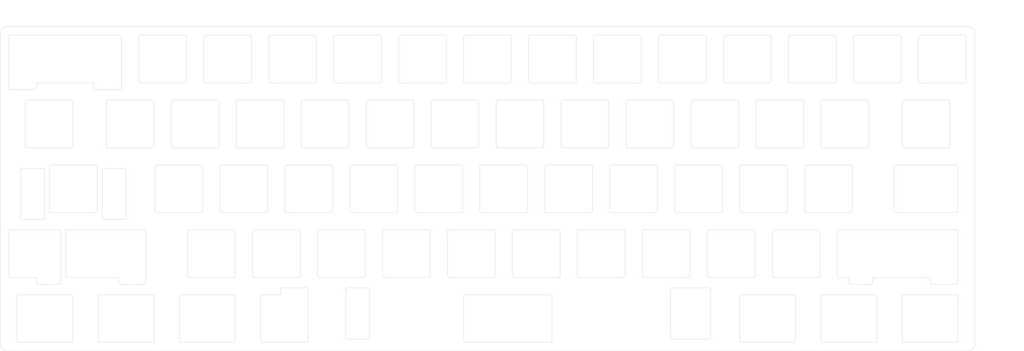
<source format=kicad_pcb>
(kicad_pcb (version 20171130) (host pcbnew 5.1.6-c6e7f7d~87~ubuntu18.04.1)

  (general
    (thickness 1.6)
    (drawings 562)
    (tracks 0)
    (zones 0)
    (modules 0)
    (nets 1)
  )

  (page A4)
  (layers
    (0 F.Cu signal)
    (31 B.Cu signal)
    (32 B.Adhes user)
    (33 F.Adhes user)
    (34 B.Paste user)
    (35 F.Paste user)
    (36 B.SilkS user)
    (37 F.SilkS user)
    (38 B.Mask user)
    (39 F.Mask user)
    (40 Dwgs.User user)
    (41 Cmts.User user)
    (42 Eco1.User user)
    (43 Eco2.User user)
    (44 Edge.Cuts user)
    (45 Margin user)
    (46 B.CrtYd user)
    (47 F.CrtYd user)
    (48 B.Fab user)
    (49 F.Fab user)
  )

  (setup
    (last_trace_width 0.25)
    (trace_clearance 0.2)
    (zone_clearance 0.508)
    (zone_45_only no)
    (trace_min 0.2)
    (via_size 0.8)
    (via_drill 0.4)
    (via_min_size 0.4)
    (via_min_drill 0.3)
    (uvia_size 0.3)
    (uvia_drill 0.1)
    (uvias_allowed no)
    (uvia_min_size 0.2)
    (uvia_min_drill 0.1)
    (edge_width 0.05)
    (segment_width 0.2)
    (pcb_text_width 0.3)
    (pcb_text_size 1.5 1.5)
    (mod_edge_width 0.12)
    (mod_text_size 1 1)
    (mod_text_width 0.15)
    (pad_size 1.524 1.524)
    (pad_drill 0.762)
    (pad_to_mask_clearance 0.05)
    (aux_axis_origin 0 0)
    (visible_elements FFFFFF7F)
    (pcbplotparams
      (layerselection 0x010fc_ffffffff)
      (usegerberextensions false)
      (usegerberattributes true)
      (usegerberadvancedattributes true)
      (creategerberjobfile true)
      (excludeedgelayer true)
      (linewidth 0.100000)
      (plotframeref false)
      (viasonmask false)
      (mode 1)
      (useauxorigin false)
      (hpglpennumber 1)
      (hpglpenspeed 20)
      (hpglpendiameter 15.000000)
      (psnegative false)
      (psa4output false)
      (plotreference true)
      (plotvalue true)
      (plotinvisibletext false)
      (padsonsilk false)
      (subtractmaskfromsilk false)
      (outputformat 1)
      (mirror false)
      (drillshape 0)
      (scaleselection 1)
      (outputdirectory "gerber"))
  )

  (net 0 "")

  (net_class Default "This is the default net class."
    (clearance 0.2)
    (trace_width 0.25)
    (via_dia 0.8)
    (via_drill 0.4)
    (uvia_dia 0.3)
    (uvia_drill 0.1)
  )

  (dimension 95.25 (width 0.15) (layer Eco1.User)
    (gr_text "95.250 mm" (at 314.3 63.45 270) (layer Eco1.User)
      (effects (font (size 1 1) (thickness 0.15)))
    )
    (feature1 (pts (xy 299.187501 111.075) (xy 313.586421 111.075)))
    (feature2 (pts (xy 299.187501 15.825) (xy 313.586421 15.825)))
    (crossbar (pts (xy 313 15.825) (xy 313 111.075)))
    (arrow1a (pts (xy 313 111.075) (xy 312.413579 109.948496)))
    (arrow1b (pts (xy 313 111.075) (xy 313.586421 109.948496)))
    (arrow2a (pts (xy 313 15.825) (xy 312.413579 16.951504)))
    (arrow2b (pts (xy 313 15.825) (xy 313.586421 16.951504)))
  )
  (dimension 285.75 (width 0.15) (layer Eco1.User)
    (gr_text "285.750 mm" (at 158.3125 8.7 360) (layer Eco1.User)
      (effects (font (size 1 1) (thickness 0.15)))
    )
    (feature1 (pts (xy 301.1875 17.825) (xy 301.1875 9.41358)))
    (feature2 (pts (xy 15.4375 17.824999) (xy 15.4375 9.413579)))
    (crossbar (pts (xy 15.4375 10) (xy 301.1875 10.000001)))
    (arrow1a (pts (xy 301.1875 10.000001) (xy 300.060996 10.586422)))
    (arrow1b (pts (xy 301.1875 10.000001) (xy 300.060996 9.41358)))
    (arrow2a (pts (xy 15.4375 10) (xy 16.564004 10.586421)))
    (arrow2b (pts (xy 15.4375 10) (xy 16.564004 9.413579)))
  )
  (gr_arc (start 83.85 95.05) (end 83.85 94.55) (angle 90) (layer Edge.Cuts) (width 0.1))
  (gr_line (start 83.85 94.55) (end 68.46875 94.55) (layer Edge.Cuts) (width 0.1))
  (gr_arc (start 68.46875 95.049999) (end 67.96875 95.05) (angle 90) (layer Edge.Cuts) (width 0.1))
  (gr_line (start 67.96875 95.05) (end 67.96875 108.05) (layer Edge.Cuts) (width 0.1))
  (gr_arc (start 271.968751 95.05) (end 271.96875 94.55) (angle 90) (layer Edge.Cuts) (width 0.1))
  (gr_line (start 271.96875 94.55) (end 256.5875 94.55) (layer Edge.Cuts) (width 0.1))
  (gr_arc (start 256.587501 95.05) (end 256.087501 95.05) (angle 90) (layer Edge.Cuts) (width 0.1))
  (gr_line (start 256.087501 95.05) (end 256.0875 108.05) (layer Edge.Cuts) (width 0.1))
  (gr_arc (start 256.5875 108.05) (end 256.5875 108.55) (angle 90) (layer Edge.Cuts) (width 0.1))
  (gr_line (start 256.5875 108.55) (end 271.96875 108.55) (layer Edge.Cuts) (width 0.1))
  (gr_arc (start 271.968751 108.05) (end 272.46875 108.05) (angle 90) (layer Edge.Cuts) (width 0.1))
  (gr_line (start 272.46875 108.05) (end 272.468751 95.05) (layer Edge.Cuts) (width 0.1))
  (gr_arc (start 117.21875 107.049999) (end 117.21875 107.55) (angle 90) (layer Edge.Cuts) (width 0.1))
  (gr_arc (start 36.225001 95.05) (end 36.225001 94.55) (angle 90) (layer Edge.Cuts) (width 0.1))
  (gr_line (start 36.225001 94.55) (end 20.84375 94.55) (layer Edge.Cuts) (width 0.1))
  (gr_arc (start 20.84375 95.049999) (end 20.34375 95.05) (angle 90) (layer Edge.Cuts) (width 0.1))
  (gr_line (start 20.34375 95.05) (end 20.34375 108.05) (layer Edge.Cuts) (width 0.1))
  (gr_arc (start 212.462501 107.049999) (end 212.4625 107.55) (angle 90) (layer Edge.Cuts) (width 0.1))
  (gr_line (start 212.4625 107.55) (end 223.21875 107.55) (layer Edge.Cuts) (width 0.1))
  (gr_arc (start 223.218751 107.05) (end 223.71875 107.05) (angle 90) (layer Edge.Cuts) (width 0.1))
  (gr_arc (start 20.84375 108.05) (end 20.84375 108.55) (angle 90) (layer Edge.Cuts) (width 0.1))
  (gr_line (start 20.84375 108.55) (end 36.225001 108.55) (layer Edge.Cuts) (width 0.1))
  (gr_arc (start 36.225001 108.05) (end 36.725001 108.05) (angle 90) (layer Edge.Cuts) (width 0.1))
  (gr_line (start 36.725001 108.05) (end 36.725001 95.05) (layer Edge.Cuts) (width 0.1))
  (gr_line (start 151.3125 95.05) (end 151.3125 108.05) (layer Edge.Cuts) (width 0.1))
  (gr_arc (start 151.8125 108.05) (end 151.8125 108.55) (angle 90) (layer Edge.Cuts) (width 0.1))
  (gr_line (start 151.8125 108.55) (end 176.71875 108.55) (layer Edge.Cuts) (width 0.1))
  (gr_arc (start 176.71875 108.049999) (end 177.21875 108.05) (angle 90) (layer Edge.Cuts) (width 0.1))
  (gr_line (start 177.21875 108.05) (end 177.21875 95.05) (layer Edge.Cuts) (width 0.1))
  (gr_arc (start 60.0375 95.05) (end 60.0375 94.55) (angle 90) (layer Edge.Cuts) (width 0.1))
  (gr_line (start 60.0375 94.55) (end 44.65625 94.55) (layer Edge.Cuts) (width 0.1))
  (gr_arc (start 44.65625 95.05) (end 44.15625 95.05) (angle 90) (layer Edge.Cuts) (width 0.1))
  (gr_line (start 44.15625 95.05) (end 44.15625 108.05) (layer Edge.Cuts) (width 0.1))
  (gr_line (start 117.21875 107.55) (end 123.21875 107.55) (layer Edge.Cuts) (width 0.1))
  (gr_arc (start 123.21875 107.049999) (end 123.71875 107.05) (angle 90) (layer Edge.Cuts) (width 0.1))
  (gr_arc (start 295.78125 95.05) (end 295.781251 94.55) (angle 90) (layer Edge.Cuts) (width 0.1))
  (gr_line (start 295.781251 94.55) (end 280.4 94.55) (layer Edge.Cuts) (width 0.1))
  (gr_arc (start 280.4 95.05) (end 279.9 95.05) (angle 90) (layer Edge.Cuts) (width 0.1))
  (gr_line (start 279.9 95.05) (end 279.9 108.05) (layer Edge.Cuts) (width 0.1))
  (gr_arc (start 44.65625 108.05) (end 44.65625 108.55) (angle 90) (layer Edge.Cuts) (width 0.1))
  (gr_line (start 44.65625 108.55) (end 60.0375 108.55) (layer Edge.Cuts) (width 0.1))
  (gr_arc (start 60.0375 108.05) (end 60.5375 108.05) (angle 90) (layer Edge.Cuts) (width 0.1))
  (gr_line (start 60.5375 108.05) (end 60.5375 95.05) (layer Edge.Cuts) (width 0.1))
  (gr_arc (start 280.400001 108.05) (end 280.4 108.55) (angle 90) (layer Edge.Cuts) (width 0.1))
  (gr_line (start 280.4 108.55) (end 295.781251 108.55) (layer Edge.Cuts) (width 0.1))
  (gr_arc (start 295.78125 108.05) (end 296.28125 108.05) (angle 90) (layer Edge.Cuts) (width 0.1))
  (gr_line (start 296.28125 108.05) (end 296.28125 95.05) (layer Edge.Cuts) (width 0.1))
  (gr_line (start 105.28125 108.55) (end 92.28125 108.55) (layer Edge.Cuts) (width 0.1))
  (gr_arc (start 92.28125 108.05) (end 92.28125 108.55) (angle 90) (layer Edge.Cuts) (width 0.1))
  (gr_line (start 91.78125 108.05) (end 91.78125 95.05) (layer Edge.Cuts) (width 0.1))
  (gr_arc (start 92.28125 95.049999) (end 91.78125 95.05) (angle 90) (layer Edge.Cuts) (width 0.1))
  (gr_line (start 92.28125 94.55) (end 97.6625 94.55) (layer Edge.Cuts) (width 0.1))
  (gr_arc (start 105.28125 108.05) (end 105.78125 108.05) (angle 90) (layer Edge.Cuts) (width 0.1))
  (gr_arc (start 232.775001 108.049999) (end 232.775 108.55) (angle 90) (layer Edge.Cuts) (width 0.1))
  (gr_line (start 232.775 108.55) (end 248.15625 108.55) (layer Edge.Cuts) (width 0.1))
  (gr_arc (start 248.15625 108.05) (end 248.65625 108.05) (angle 90) (layer Edge.Cuts) (width 0.1))
  (gr_line (start 248.65625 108.05) (end 248.65625 95.05) (layer Edge.Cuts) (width 0.1))
  (gr_arc (start 248.15625 95.05) (end 248.15625 94.55) (angle 90) (layer Edge.Cuts) (width 0.1))
  (gr_line (start 248.15625 94.55) (end 232.775 94.55) (layer Edge.Cuts) (width 0.1))
  (gr_arc (start 232.775 95.05) (end 232.275 95.05) (angle 90) (layer Edge.Cuts) (width 0.1))
  (gr_line (start 232.275 95.05) (end 232.275 108.05) (layer Edge.Cuts) (width 0.1))
  (gr_arc (start 176.718751 95.049999) (end 176.71875 94.55) (angle 90) (layer Edge.Cuts) (width 0.1))
  (gr_line (start 176.71875 94.55) (end 151.8125 94.549999) (layer Edge.Cuts) (width 0.1))
  (gr_arc (start 151.8125 95.05) (end 151.3125 95.05) (angle 90) (layer Edge.Cuts) (width 0.1))
  (gr_arc (start 68.46875 108.05) (end 68.46875 108.55) (angle 90) (layer Edge.Cuts) (width 0.1))
  (gr_line (start 68.46875 108.55) (end 83.85 108.55) (layer Edge.Cuts) (width 0.1))
  (gr_arc (start 83.85 108.05) (end 84.35 108.05) (angle 90) (layer Edge.Cuts) (width 0.1))
  (gr_line (start 84.35 108.05) (end 84.35 95.05) (layer Edge.Cuts) (width 0.1))
  (gr_arc (start 141 89) (end 141.5 89) (angle 90) (layer Edge.Cuts) (width 0.1))
  (gr_line (start 141.5 89) (end 141.5 76) (layer Edge.Cuts) (width 0.1))
  (gr_arc (start 141 76) (end 141 75.5) (angle 90) (layer Edge.Cuts) (width 0.1))
  (gr_line (start 141 75.5) (end 128 75.5) (layer Edge.Cuts) (width 0.1))
  (gr_arc (start 295.781251 76) (end 295.781251 75.5) (angle 90) (layer Edge.Cuts) (width 0.1))
  (gr_arc (start 204.2 89) (end 204.2 89.5) (angle 90) (layer Edge.Cuts) (width 0.1))
  (gr_line (start 204.2 89.5) (end 217.2 89.5) (layer Edge.Cuts) (width 0.1))
  (gr_arc (start 217.2 89) (end 217.700001 89) (angle 90) (layer Edge.Cuts) (width 0.1))
  (gr_line (start 217.700001 89) (end 217.700001 76) (layer Edge.Cuts) (width 0.1))
  (gr_arc (start 102.9 76) (end 102.9 75.5) (angle 90) (layer Edge.Cuts) (width 0.1))
  (gr_line (start 102.9 75.5) (end 89.9 75.5) (layer Edge.Cuts) (width 0.1))
  (gr_arc (start 89.9 75.999999) (end 89.4 76) (angle 90) (layer Edge.Cuts) (width 0.1))
  (gr_line (start 89.4 76) (end 89.4 89) (layer Edge.Cuts) (width 0.1))
  (gr_arc (start 217.200001 76) (end 217.2 75.5) (angle 90) (layer Edge.Cuts) (width 0.1))
  (gr_line (start 217.2 75.5) (end 204.2 75.499999) (layer Edge.Cuts) (width 0.1))
  (gr_arc (start 204.2 75.999999) (end 203.7 76) (angle 90) (layer Edge.Cuts) (width 0.1))
  (gr_line (start 203.7 76) (end 203.7 89) (layer Edge.Cuts) (width 0.1))
  (gr_line (start 223.21875 92.55) (end 212.4625 92.549999) (layer Edge.Cuts) (width 0.1))
  (gr_arc (start 212.462501 93.05) (end 211.9625 93.05) (angle 90) (layer Edge.Cuts) (width 0.1))
  (gr_line (start 211.9625 93.05) (end 211.9625 107.05) (layer Edge.Cuts) (width 0.1))
  (gr_arc (start 198.150001 76) (end 198.15 75.5) (angle 90) (layer Edge.Cuts) (width 0.1))
  (gr_line (start 198.15 75.5) (end 185.150001 75.499999) (layer Edge.Cuts) (width 0.1))
  (gr_arc (start 185.150001 76) (end 184.65 76) (angle 90) (layer Edge.Cuts) (width 0.1))
  (gr_line (start 184.65 76) (end 184.65 89) (layer Edge.Cuts) (width 0.1))
  (gr_arc (start 255.3 76) (end 255.3 75.5) (angle 90) (layer Edge.Cuts) (width 0.1))
  (gr_line (start 255.3 75.5) (end 242.3 75.5) (layer Edge.Cuts) (width 0.1))
  (gr_arc (start 242.3 76) (end 241.8 76) (angle 90) (layer Edge.Cuts) (width 0.1))
  (gr_line (start 241.8 76) (end 241.8 89) (layer Edge.Cuts) (width 0.1))
  (gr_arc (start 123.21875 93.05) (end 123.21875 92.55) (angle 90) (layer Edge.Cuts) (width 0.1))
  (gr_line (start 123.21875 92.55) (end 117.21875 92.55) (layer Edge.Cuts) (width 0.1))
  (gr_arc (start 117.21875 93.049999) (end 116.71875 93.05) (angle 90) (layer Edge.Cuts) (width 0.1))
  (gr_arc (start 160.05 75.999999) (end 160.05 75.5) (angle 90) (layer Edge.Cuts) (width 0.1))
  (gr_line (start 160.05 75.5) (end 147.05 75.499999) (layer Edge.Cuts) (width 0.1))
  (gr_arc (start 147.05 76) (end 146.55 76) (angle 90) (layer Edge.Cuts) (width 0.1))
  (gr_line (start 146.55 76) (end 146.55 89) (layer Edge.Cuts) (width 0.1))
  (gr_arc (start 223.25 89) (end 223.25 89.5) (angle 90) (layer Edge.Cuts) (width 0.1))
  (gr_line (start 223.25 89.5) (end 236.25 89.5) (layer Edge.Cuts) (width 0.1))
  (gr_arc (start 236.25 89) (end 236.75 89) (angle 90) (layer Edge.Cuts) (width 0.1))
  (gr_line (start 236.75 89) (end 236.75 76) (layer Edge.Cuts) (width 0.1))
  (gr_arc (start 166.1 89) (end 166.1 89.5) (angle 90) (layer Edge.Cuts) (width 0.1))
  (gr_line (start 166.1 89.5) (end 179.1 89.5) (layer Edge.Cuts) (width 0.1))
  (gr_arc (start 179.1 89) (end 179.6 89) (angle 90) (layer Edge.Cuts) (width 0.1))
  (gr_line (start 179.6 89) (end 179.6 76) (layer Edge.Cuts) (width 0.1))
  (gr_arc (start 179.100001 76) (end 179.1 75.5) (angle 90) (layer Edge.Cuts) (width 0.1))
  (gr_line (start 179.1 75.5) (end 166.100001 75.499999) (layer Edge.Cuts) (width 0.1))
  (gr_arc (start 166.100001 76) (end 165.6 76) (angle 90) (layer Edge.Cuts) (width 0.1))
  (gr_line (start 165.6 76) (end 165.6 89) (layer Edge.Cuts) (width 0.1))
  (gr_arc (start 121.95 76) (end 121.95 75.5) (angle 90) (layer Edge.Cuts) (width 0.1))
  (gr_line (start 121.95 75.5) (end 108.95 75.5) (layer Edge.Cuts) (width 0.1))
  (gr_arc (start 108.95 75.999999) (end 108.45 76) (angle 90) (layer Edge.Cuts) (width 0.1))
  (gr_line (start 108.45 76) (end 108.45 89) (layer Edge.Cuts) (width 0.1))
  (gr_line (start 116.71875 93.05) (end 116.71875 107.05) (layer Edge.Cuts) (width 0.1))
  (gr_line (start 18.4625 75.5) (end 32.69325 75.5) (layer Edge.Cuts) (width 0.1))
  (gr_arc (start 32.693251 76) (end 32.69325 75.5) (angle 90) (layer Edge.Cuts) (width 0.1))
  (gr_line (start 223.71875 107.05) (end 223.71875 93.05) (layer Edge.Cuts) (width 0.1))
  (gr_arc (start 223.218751 93.049999) (end 223.21875 92.55) (angle 90) (layer Edge.Cuts) (width 0.1))
  (gr_arc (start 185.15 89) (end 185.15 89.5) (angle 90) (layer Edge.Cuts) (width 0.1))
  (gr_line (start 185.15 89.5) (end 198.15 89.5) (layer Edge.Cuts) (width 0.1))
  (gr_arc (start 198.15 89) (end 198.65 89) (angle 90) (layer Edge.Cuts) (width 0.1))
  (gr_line (start 198.65 89) (end 198.65 76) (layer Edge.Cuts) (width 0.1))
  (gr_arc (start 147.05 88.999999) (end 147.05 89.5) (angle 90) (layer Edge.Cuts) (width 0.1))
  (gr_line (start 147.05 89.5) (end 160.05 89.5) (layer Edge.Cuts) (width 0.1))
  (gr_arc (start 160.05 89) (end 160.55 89) (angle 90) (layer Edge.Cuts) (width 0.1))
  (gr_line (start 160.55 89) (end 160.55 76) (layer Edge.Cuts) (width 0.1))
  (gr_line (start 271.31825 89.5) (end 288.19425 89.5) (layer Edge.Cuts) (width 0.1))
  (gr_line (start 288.19425 89.5) (end 288.19425 91) (layer Edge.Cuts) (width 0.1))
  (gr_arc (start 288.69425 91) (end 288.69425 91.5) (angle 90) (layer Edge.Cuts) (width 0.1))
  (gr_line (start 288.69425 91.5) (end 295.78125 91.5) (layer Edge.Cuts) (width 0.1))
  (gr_arc (start 295.781251 91) (end 296.281251 91) (angle 90) (layer Edge.Cuts) (width 0.1))
  (gr_line (start 123.71875 107.05) (end 123.71875 93.05) (layer Edge.Cuts) (width 0.1))
  (gr_line (start 295.781251 75.5) (end 261.35 75.5) (layer Edge.Cuts) (width 0.1))
  (gr_arc (start 261.35 76) (end 260.85 76) (angle 90) (layer Edge.Cuts) (width 0.1))
  (gr_line (start 260.85 76) (end 260.850001 88.999999) (layer Edge.Cuts) (width 0.1))
  (gr_arc (start 261.35 89) (end 261.35 89.5) (angle 90) (layer Edge.Cuts) (width 0.1))
  (gr_line (start 261.35 89.5) (end 264.31825 89.5) (layer Edge.Cuts) (width 0.1))
  (gr_line (start 35.131251 89.5) (end 50.06925 89.5) (layer Edge.Cuts) (width 0.1))
  (gr_line (start 50.06925 89.5) (end 50.069251 91) (layer Edge.Cuts) (width 0.1))
  (gr_arc (start 50.569251 90.999999) (end 50.56925 91.5) (angle 90) (layer Edge.Cuts) (width 0.1))
  (gr_line (start 50.56925 91.5) (end 57.65625 91.5) (layer Edge.Cuts) (width 0.1))
  (gr_arc (start 57.656251 91) (end 58.15625 91) (angle 90) (layer Edge.Cuts) (width 0.1))
  (gr_line (start 296.281251 91) (end 296.28125 76) (layer Edge.Cuts) (width 0.1))
  (gr_arc (start 108.950001 88.999999) (end 108.95 89.5) (angle 90) (layer Edge.Cuts) (width 0.1))
  (gr_line (start 108.95 89.5) (end 121.95 89.5) (layer Edge.Cuts) (width 0.1))
  (gr_arc (start 121.950001 89) (end 122.45 89) (angle 90) (layer Edge.Cuts) (width 0.1))
  (gr_line (start 122.45 89) (end 122.450001 76) (layer Edge.Cuts) (width 0.1))
  (gr_line (start 33.193251 76) (end 33.19325 91) (layer Edge.Cuts) (width 0.1))
  (gr_arc (start 32.69325 91) (end 33.19325 91) (angle 90) (layer Edge.Cuts) (width 0.1))
  (gr_line (start 32.69325 91.5) (end 26.69325 91.5) (layer Edge.Cuts) (width 0.1))
  (gr_arc (start 26.69325 90.999999) (end 26.69325 91.5) (angle 90) (layer Edge.Cuts) (width 0.1))
  (gr_line (start 26.19325 91) (end 26.19325 89.5) (layer Edge.Cuts) (width 0.1))
  (gr_arc (start 98.1625 93.049999) (end 97.6625 93.05) (angle 90) (layer Edge.Cuts) (width 0.1))
  (gr_line (start 98.1625 92.55) (end 105.28125 92.55) (layer Edge.Cuts) (width 0.1))
  (gr_arc (start 105.281251 93.049999) (end 105.28125 92.55) (angle 90) (layer Edge.Cuts) (width 0.1))
  (gr_line (start 105.78125 93.05) (end 105.78125 108.05) (layer Edge.Cuts) (width 0.1))
  (gr_arc (start 83.85 76) (end 83.85 75.5) (angle 90) (layer Edge.Cuts) (width 0.1))
  (gr_line (start 83.85 75.5) (end 70.85 75.5) (layer Edge.Cuts) (width 0.1))
  (gr_arc (start 70.85 75.999999) (end 70.35 76) (angle 90) (layer Edge.Cuts) (width 0.1))
  (gr_line (start 70.35 76) (end 70.35 89) (layer Edge.Cuts) (width 0.1))
  (gr_arc (start 57.65625 76) (end 57.65625 75.5) (angle 90) (layer Edge.Cuts) (width 0.1))
  (gr_line (start 57.65625 75.5) (end 35.131251 75.5) (layer Edge.Cuts) (width 0.1))
  (gr_arc (start 35.13125 75.999999) (end 34.631251 76) (angle 90) (layer Edge.Cuts) (width 0.1))
  (gr_line (start 34.631251 76) (end 34.63125 89) (layer Edge.Cuts) (width 0.1))
  (gr_arc (start 35.131251 88.999999) (end 35.131251 89.5) (angle 90) (layer Edge.Cuts) (width 0.1))
  (gr_line (start 26.19325 89.5) (end 18.4625 89.5) (layer Edge.Cuts) (width 0.1))
  (gr_arc (start 18.4625 88.999999) (end 18.4625 89.5) (angle 90) (layer Edge.Cuts) (width 0.1))
  (gr_line (start 17.9625 89) (end 17.9625 76) (layer Edge.Cuts) (width 0.1))
  (gr_arc (start 18.4625 75.999999) (end 17.9625 76) (angle 90) (layer Edge.Cuts) (width 0.1))
  (gr_line (start 97.6625 94.55) (end 97.6625 93.05) (layer Edge.Cuts) (width 0.1))
  (gr_line (start 58.15625 91) (end 58.156251 76) (layer Edge.Cuts) (width 0.1))
  (gr_arc (start 70.85 88.999999) (end 70.85 89.5) (angle 90) (layer Edge.Cuts) (width 0.1))
  (gr_line (start 70.85 89.5) (end 83.85 89.499999) (layer Edge.Cuts) (width 0.1))
  (gr_arc (start 83.850001 89) (end 84.35 89) (angle 90) (layer Edge.Cuts) (width 0.1))
  (gr_line (start 84.35 89) (end 84.35 76) (layer Edge.Cuts) (width 0.1))
  (gr_arc (start 242.3 89) (end 242.3 89.5) (angle 90) (layer Edge.Cuts) (width 0.1))
  (gr_line (start 242.3 89.5) (end 255.3 89.5) (layer Edge.Cuts) (width 0.1))
  (gr_arc (start 255.3 89) (end 255.8 89) (angle 90) (layer Edge.Cuts) (width 0.1))
  (gr_line (start 255.8 89) (end 255.8 76) (layer Edge.Cuts) (width 0.1))
  (gr_line (start 264.31825 89.5) (end 264.31825 91) (layer Edge.Cuts) (width 0.1))
  (gr_arc (start 264.81825 91) (end 264.81825 91.5) (angle 90) (layer Edge.Cuts) (width 0.1))
  (gr_line (start 264.81825 91.5) (end 270.81825 91.499999) (layer Edge.Cuts) (width 0.1))
  (gr_arc (start 270.818251 90.999999) (end 271.31825 91) (angle 90) (layer Edge.Cuts) (width 0.1))
  (gr_line (start 271.31825 91) (end 271.31825 89.5) (layer Edge.Cuts) (width 0.1))
  (gr_arc (start 128 75.999999) (end 127.5 76) (angle 90) (layer Edge.Cuts) (width 0.1))
  (gr_line (start 127.5 76) (end 127.5 89) (layer Edge.Cuts) (width 0.1))
  (gr_arc (start 128.000001 88.999999) (end 128 89.5) (angle 90) (layer Edge.Cuts) (width 0.1))
  (gr_line (start 128 89.5) (end 141 89.5) (layer Edge.Cuts) (width 0.1))
  (gr_arc (start 236.250001 75.999999) (end 236.25 75.5) (angle 90) (layer Edge.Cuts) (width 0.1))
  (gr_line (start 236.25 75.5) (end 223.25 75.5) (layer Edge.Cuts) (width 0.1))
  (gr_arc (start 223.25 76) (end 222.75 76) (angle 90) (layer Edge.Cuts) (width 0.1))
  (gr_line (start 222.75 76) (end 222.75 89) (layer Edge.Cuts) (width 0.1))
  (gr_arc (start 89.9 88.999999) (end 89.9 89.5) (angle 90) (layer Edge.Cuts) (width 0.1))
  (gr_line (start 89.9 89.5) (end 102.9 89.499999) (layer Edge.Cuts) (width 0.1))
  (gr_arc (start 102.900001 89) (end 103.4 89) (angle 90) (layer Edge.Cuts) (width 0.1))
  (gr_line (start 103.4 89) (end 103.4 76) (layer Edge.Cuts) (width 0.1))
  (gr_arc (start 80.375 56.949999) (end 79.875 56.95) (angle 90) (layer Edge.Cuts) (width 0.1))
  (gr_arc (start 278.01875 69.95) (end 278.01875 70.45) (angle 90) (layer Edge.Cuts) (width 0.1))
  (gr_line (start 277.51875 69.95) (end 277.51875 56.95) (layer Edge.Cuts) (width 0.1))
  (gr_arc (start 278.01875 56.95) (end 277.51875 56.95) (angle 90) (layer Edge.Cuts) (width 0.1))
  (gr_line (start 265.325 56.95) (end 265.325 69.95) (layer Edge.Cuts) (width 0.1))
  (gr_arc (start 118.475001 69.949999) (end 118.475 70.45) (angle 90) (layer Edge.Cuts) (width 0.1))
  (gr_line (start 232.775 70.45) (end 245.775 70.45) (layer Edge.Cuts) (width 0.1))
  (gr_arc (start 245.775 69.95) (end 246.275 69.95) (angle 90) (layer Edge.Cuts) (width 0.1))
  (gr_line (start 246.275 69.95) (end 246.275 56.95) (layer Edge.Cuts) (width 0.1))
  (gr_line (start 61.325 70.45) (end 74.325 70.449999) (layer Edge.Cuts) (width 0.1))
  (gr_arc (start 74.325001 69.95) (end 74.825 69.95) (angle 90) (layer Edge.Cuts) (width 0.1))
  (gr_arc (start 156.575001 56.95) (end 156.075 56.95) (angle 90) (layer Edge.Cuts) (width 0.1))
  (gr_line (start 156.075 56.95) (end 156.075 69.95) (layer Edge.Cuts) (width 0.1))
  (gr_arc (start 156.575 69.95) (end 156.575 70.45) (angle 90) (layer Edge.Cuts) (width 0.1))
  (gr_arc (start 131.475 56.95) (end 131.475 56.45) (angle 90) (layer Edge.Cuts) (width 0.1))
  (gr_line (start 21.43075 57.95) (end 21.43075 71.95) (layer Edge.Cuts) (width 0.1))
  (gr_arc (start 21.93075 71.949999) (end 21.93075 72.45) (angle 90) (layer Edge.Cuts) (width 0.1))
  (gr_line (start 21.93075 72.45) (end 27.93075 72.45) (layer Edge.Cuts) (width 0.1))
  (gr_line (start 131.475 70.45) (end 118.475 70.45) (layer Edge.Cuts) (width 0.1))
  (gr_arc (start 264.825 56.95) (end 264.825 56.45) (angle 90) (layer Edge.Cuts) (width 0.1))
  (gr_line (start 194.675 70.45) (end 207.675 70.45) (layer Edge.Cuts) (width 0.1))
  (gr_arc (start 207.675001 69.95) (end 208.175001 69.95) (angle 90) (layer Edge.Cuts) (width 0.1))
  (gr_line (start 131.975 56.95) (end 131.975 69.95) (layer Edge.Cuts) (width 0.1))
  (gr_line (start 194.175 56.95) (end 194.175 69.95) (layer Edge.Cuts) (width 0.1))
  (gr_arc (start 194.675 69.949999) (end 194.675 70.45) (angle 90) (layer Edge.Cuts) (width 0.1))
  (gr_line (start 175.625 70.45) (end 188.625 70.45) (layer Edge.Cuts) (width 0.1))
  (gr_arc (start 188.625 69.95) (end 189.125 69.95) (angle 90) (layer Edge.Cuts) (width 0.1))
  (gr_line (start 156.575 70.45) (end 169.575 70.45) (layer Edge.Cuts) (width 0.1))
  (gr_arc (start 169.575 69.95) (end 170.075 69.95) (angle 90) (layer Edge.Cuts) (width 0.1))
  (gr_line (start 170.075 69.95) (end 170.075 56.95) (layer Edge.Cuts) (width 0.1))
  (gr_arc (start 295.78125 56.95) (end 295.78125 56.45) (angle 90) (layer Edge.Cuts) (width 0.1))
  (gr_line (start 296.28125 56.95) (end 296.28125 69.95) (layer Edge.Cuts) (width 0.1))
  (gr_line (start 226.725 56.45) (end 213.725 56.449999) (layer Edge.Cuts) (width 0.1))
  (gr_arc (start 213.725 56.95) (end 213.225 56.95) (angle 90) (layer Edge.Cuts) (width 0.1))
  (gr_arc (start 118.475 56.949999) (end 117.975 56.95) (angle 90) (layer Edge.Cuts) (width 0.1))
  (gr_line (start 79.875 56.95) (end 79.875 69.95) (layer Edge.Cuts) (width 0.1))
  (gr_arc (start 137.525001 69.949999) (end 137.525 70.45) (angle 90) (layer Edge.Cuts) (width 0.1))
  (gr_line (start 137.025 69.95) (end 137.025 56.95) (layer Edge.Cuts) (width 0.1))
  (gr_arc (start 150.525 69.95) (end 151.025 69.95) (angle 90) (layer Edge.Cuts) (width 0.1))
  (gr_line (start 150.525 70.45) (end 137.525 70.45) (layer Edge.Cuts) (width 0.1))
  (gr_line (start 118.475 56.45) (end 131.475 56.45) (layer Edge.Cuts) (width 0.1))
  (gr_line (start 60.825 56.95) (end 60.825 69.95) (layer Edge.Cuts) (width 0.1))
  (gr_arc (start 61.325 69.949999) (end 61.325 70.45) (angle 90) (layer Edge.Cuts) (width 0.1))
  (gr_arc (start 295.781251 69.95) (end 296.28125 69.95) (angle 90) (layer Edge.Cuts) (width 0.1))
  (gr_line (start 295.781251 70.45) (end 278.01875 70.45) (layer Edge.Cuts) (width 0.1))
  (gr_arc (start 80.375 69.949999) (end 80.375 70.45) (angle 90) (layer Edge.Cuts) (width 0.1))
  (gr_arc (start 251.825 56.95) (end 251.325 56.95) (angle 90) (layer Edge.Cuts) (width 0.1))
  (gr_line (start 251.825 56.45) (end 264.825 56.45) (layer Edge.Cuts) (width 0.1))
  (gr_line (start 207.675 56.45) (end 194.675 56.449999) (layer Edge.Cuts) (width 0.1))
  (gr_arc (start 194.675 56.95) (end 194.175 56.95) (angle 90) (layer Edge.Cuts) (width 0.1))
  (gr_arc (start 169.575 56.95) (end 169.575 56.45) (angle 90) (layer Edge.Cuts) (width 0.1))
  (gr_line (start 169.575 56.45) (end 156.575 56.449999) (layer Edge.Cuts) (width 0.1))
  (gr_line (start 93.875 69.95) (end 93.875 56.95) (layer Edge.Cuts) (width 0.1))
  (gr_arc (start 93.375 56.95) (end 93.375 56.45) (angle 90) (layer Edge.Cuts) (width 0.1))
  (gr_line (start 175.125 56.95) (end 175.125 69.95) (layer Edge.Cuts) (width 0.1))
  (gr_arc (start 175.625 69.95) (end 175.625 70.45) (angle 90) (layer Edge.Cuts) (width 0.1))
  (gr_arc (start 45.80675 57.949999) (end 45.30675 57.95) (angle 90) (layer Edge.Cuts) (width 0.1))
  (gr_line (start 45.30675 57.95) (end 45.30675 71.95) (layer Edge.Cuts) (width 0.1))
  (gr_arc (start 45.80675 71.949999) (end 45.80675 72.45) (angle 90) (layer Edge.Cuts) (width 0.1))
  (gr_line (start 45.80675 72.45) (end 51.80675 72.45) (layer Edge.Cuts) (width 0.1))
  (gr_arc (start 245.775 56.95) (end 245.775 56.45) (angle 90) (layer Edge.Cuts) (width 0.1))
  (gr_line (start 245.775 56.45) (end 232.775 56.45) (layer Edge.Cuts) (width 0.1))
  (gr_arc (start 27.930751 71.95) (end 28.43075 71.95) (angle 90) (layer Edge.Cuts) (width 0.1))
  (gr_line (start 28.43075 71.95) (end 28.43075 57.95) (layer Edge.Cuts) (width 0.1))
  (gr_line (start 80.375 70.45) (end 93.375 70.449999) (layer Edge.Cuts) (width 0.1))
  (gr_arc (start 93.375001 69.95) (end 93.875 69.95) (angle 90) (layer Edge.Cuts) (width 0.1))
  (gr_line (start 188.625 56.45) (end 175.625 56.449999) (layer Edge.Cuts) (width 0.1))
  (gr_arc (start 175.625001 56.95) (end 175.125 56.95) (angle 90) (layer Edge.Cuts) (width 0.1))
  (gr_line (start 117.975 69.95) (end 117.975 56.95) (layer Edge.Cuts) (width 0.1))
  (gr_arc (start 150.525 56.95) (end 150.525 56.45) (angle 90) (layer Edge.Cuts) (width 0.1))
  (gr_arc (start 74.325 56.95) (end 74.325 56.45) (angle 90) (layer Edge.Cuts) (width 0.1))
  (gr_arc (start 27.93075 57.95) (end 27.93075 57.45) (angle 90) (layer Edge.Cuts) (width 0.1))
  (gr_line (start 27.93075 57.45) (end 21.93075 57.45) (layer Edge.Cuts) (width 0.1))
  (gr_arc (start 21.93075 57.949999) (end 21.43075 57.95) (angle 90) (layer Edge.Cuts) (width 0.1))
  (gr_line (start 30.36875 70.45) (end 43.36875 70.45) (layer Edge.Cuts) (width 0.1))
  (gr_arc (start 43.368751 69.95) (end 43.86875 69.95) (angle 90) (layer Edge.Cuts) (width 0.1))
  (gr_line (start 43.86875 69.95) (end 43.868751 56.95) (layer Edge.Cuts) (width 0.1))
  (gr_line (start 74.325 56.45) (end 61.325 56.45) (layer Edge.Cuts) (width 0.1))
  (gr_arc (start 61.325 56.949999) (end 60.825 56.95) (angle 90) (layer Edge.Cuts) (width 0.1))
  (gr_arc (start 43.36875 56.95) (end 43.36875 56.45) (angle 90) (layer Edge.Cuts) (width 0.1))
  (gr_line (start 43.36875 56.45) (end 30.36875 56.45) (layer Edge.Cuts) (width 0.1))
  (gr_arc (start 99.425 69.949999) (end 99.425 70.45) (angle 90) (layer Edge.Cuts) (width 0.1))
  (gr_line (start 99.425 70.45) (end 112.425 70.449999) (layer Edge.Cuts) (width 0.1))
  (gr_arc (start 112.425001 69.95) (end 112.925 69.95) (angle 90) (layer Edge.Cuts) (width 0.1))
  (gr_line (start 112.925 69.95) (end 112.925 56.95) (layer Edge.Cuts) (width 0.1))
  (gr_arc (start 137.525 56.949999) (end 137.025 56.95) (angle 90) (layer Edge.Cuts) (width 0.1))
  (gr_line (start 137.525 56.45) (end 150.525 56.45) (layer Edge.Cuts) (width 0.1))
  (gr_arc (start 51.806751 71.95) (end 52.30675 71.95) (angle 90) (layer Edge.Cuts) (width 0.1))
  (gr_line (start 52.30675 71.95) (end 52.306751 57.95) (layer Edge.Cuts) (width 0.1))
  (gr_arc (start 51.80675 57.95) (end 51.80675 57.45) (angle 90) (layer Edge.Cuts) (width 0.1))
  (gr_line (start 51.80675 57.45) (end 45.80675 57.45) (layer Edge.Cuts) (width 0.1))
  (gr_line (start 213.225 56.95) (end 213.225 69.95) (layer Edge.Cuts) (width 0.1))
  (gr_arc (start 213.725 69.95) (end 213.725 70.45) (angle 90) (layer Edge.Cuts) (width 0.1))
  (gr_line (start 208.175001 69.95) (end 208.175001 56.95) (layer Edge.Cuts) (width 0.1))
  (gr_line (start 151.025 56.95) (end 151.025 69.95) (layer Edge.Cuts) (width 0.1))
  (gr_arc (start 112.425 56.95) (end 112.425 56.45) (angle 90) (layer Edge.Cuts) (width 0.1))
  (gr_line (start 112.425 56.45) (end 99.425 56.45) (layer Edge.Cuts) (width 0.1))
  (gr_arc (start 99.425 56.949999) (end 98.925 56.95) (angle 90) (layer Edge.Cuts) (width 0.1))
  (gr_line (start 98.925 56.95) (end 98.925 69.95) (layer Edge.Cuts) (width 0.1))
  (gr_line (start 93.375 56.45) (end 80.375 56.45) (layer Edge.Cuts) (width 0.1))
  (gr_arc (start 188.625 56.95) (end 188.625 56.45) (angle 90) (layer Edge.Cuts) (width 0.1))
  (gr_line (start 189.125 69.95) (end 189.125 56.95) (layer Edge.Cuts) (width 0.1))
  (gr_arc (start 207.675001 56.95) (end 207.675 56.45) (angle 90) (layer Edge.Cuts) (width 0.1))
  (gr_line (start 74.825 69.95) (end 74.825 56.95) (layer Edge.Cuts) (width 0.1))
  (gr_line (start 278.01875 56.45) (end 295.78125 56.45) (layer Edge.Cuts) (width 0.1))
  (gr_arc (start 251.825 69.95) (end 251.825 70.45) (angle 90) (layer Edge.Cuts) (width 0.1))
  (gr_line (start 251.325 69.95) (end 251.325 56.95) (layer Edge.Cuts) (width 0.1))
  (gr_line (start 227.225 69.95) (end 227.225 56.95) (layer Edge.Cuts) (width 0.1))
  (gr_arc (start 30.36875 56.949999) (end 29.86875 56.95) (angle 90) (layer Edge.Cuts) (width 0.1))
  (gr_line (start 29.86875 56.95) (end 29.86875 69.95) (layer Edge.Cuts) (width 0.1))
  (gr_arc (start 30.368751 69.949999) (end 30.36875 70.45) (angle 90) (layer Edge.Cuts) (width 0.1))
  (gr_arc (start 264.825 69.95) (end 265.325 69.95) (angle 90) (layer Edge.Cuts) (width 0.1))
  (gr_line (start 264.825 70.45) (end 251.825 70.45) (layer Edge.Cuts) (width 0.1))
  (gr_arc (start 131.475001 69.95) (end 131.975 69.95) (angle 90) (layer Edge.Cuts) (width 0.1))
  (gr_arc (start 226.725 56.95) (end 226.725 56.45) (angle 90) (layer Edge.Cuts) (width 0.1))
  (gr_arc (start 232.775 56.95) (end 232.275 56.95) (angle 90) (layer Edge.Cuts) (width 0.1))
  (gr_line (start 232.275 56.95) (end 232.275 69.95) (layer Edge.Cuts) (width 0.1))
  (gr_arc (start 232.775 69.95) (end 232.775 70.45) (angle 90) (layer Edge.Cuts) (width 0.1))
  (gr_line (start 213.725 70.45) (end 226.725 70.45) (layer Edge.Cuts) (width 0.1))
  (gr_arc (start 226.725 69.95) (end 227.225 69.95) (angle 90) (layer Edge.Cuts) (width 0.1))
  (gr_arc (start 161.3375 50.9) (end 161.3375 51.4) (angle 90) (layer Edge.Cuts) (width 0.1))
  (gr_line (start 161.3375 51.4) (end 174.3375 51.4) (layer Edge.Cuts) (width 0.1))
  (gr_arc (start 174.3375 50.899999) (end 174.8375 50.9) (angle 90) (layer Edge.Cuts) (width 0.1))
  (gr_arc (start 94.662501 31.849999) (end 94.6625 32.35) (angle 90) (layer Edge.Cuts) (width 0.1))
  (gr_line (start 94.6625 32.35) (end 107.6625 32.35) (layer Edge.Cuts) (width 0.1))
  (gr_arc (start 107.6625 31.85) (end 108.1625 31.849999) (angle 90) (layer Edge.Cuts) (width 0.1))
  (gr_line (start 108.1625 31.849999) (end 108.162501 18.85) (layer Edge.Cuts) (width 0.1))
  (gr_arc (start 117.187501 50.9) (end 117.6875 50.9) (angle 90) (layer Edge.Cuts) (width 0.1))
  (gr_line (start 117.6875 50.9) (end 117.6875 37.9) (layer Edge.Cuts) (width 0.1))
  (gr_arc (start 136.2375 37.9) (end 136.2375 37.4) (angle 90) (layer Edge.Cuts) (width 0.1))
  (gr_line (start 250.5375 51.4) (end 237.5375 51.4) (layer Edge.Cuts) (width 0.1))
  (gr_arc (start 237.5375 50.9) (end 237.5375 51.4) (angle 90) (layer Edge.Cuts) (width 0.1))
  (gr_line (start 237.0375 50.9) (end 237.0375 37.9) (layer Edge.Cuts) (width 0.1))
  (gr_line (start 256.5875 37.4) (end 269.5875 37.4) (layer Edge.Cuts) (width 0.1))
  (gr_arc (start 269.5875 37.9) (end 269.5875 37.4) (angle 90) (layer Edge.Cuts) (width 0.1))
  (gr_arc (start 174.3375 37.9) (end 174.3375 37.4) (angle 90) (layer Edge.Cuts) (width 0.1))
  (gr_line (start 179.8875 37.9) (end 179.887501 50.9) (layer Edge.Cuts) (width 0.1))
  (gr_arc (start 180.387501 50.9) (end 180.3875 51.4) (angle 90) (layer Edge.Cuts) (width 0.1))
  (gr_line (start 180.3875 51.4) (end 193.3875 51.4) (layer Edge.Cuts) (width 0.1))
  (gr_line (start 98.6375 50.9) (end 98.6375 37.9) (layer Edge.Cuts) (width 0.1))
  (gr_line (start 293.9 37.9) (end 293.9 50.9) (layer Edge.Cuts) (width 0.1))
  (gr_arc (start 293.4 50.9) (end 293.9 50.9) (angle 90) (layer Edge.Cuts) (width 0.1))
  (gr_arc (start 132.762501 31.849999) (end 132.7625 32.35) (angle 90) (layer Edge.Cuts) (width 0.1))
  (gr_line (start 132.7625 32.35) (end 145.7625 32.35) (layer Edge.Cuts) (width 0.1))
  (gr_arc (start 145.7625 31.849999) (end 146.2625 31.849999) (angle 90) (layer Edge.Cuts) (width 0.1))
  (gr_line (start 146.2625 31.849999) (end 146.2625 18.85) (layer Edge.Cuts) (width 0.1))
  (gr_arc (start 241.0125 18.849999) (end 241.0125 18.35) (angle 90) (layer Edge.Cuts) (width 0.1))
  (gr_arc (start 199.4375 37.9) (end 198.9375 37.9) (angle 90) (layer Edge.Cuts) (width 0.1))
  (gr_arc (start 202.912501 18.85) (end 202.9125 18.35) (angle 90) (layer Edge.Cuts) (width 0.1))
  (gr_line (start 202.9125 18.35) (end 189.9125 18.349999) (layer Edge.Cuts) (width 0.1))
  (gr_arc (start 298.1625 31.849999) (end 298.6625 31.849999) (angle 90) (layer Edge.Cuts) (width 0.1))
  (gr_line (start 298.6625 31.849999) (end 298.6625 18.85) (layer Edge.Cuts) (width 0.1))
  (gr_arc (start 298.1625 18.85) (end 298.1625 18.35) (angle 90) (layer Edge.Cuts) (width 0.1))
  (gr_line (start 298.1625 18.35) (end 285.162501 18.349999) (layer Edge.Cuts) (width 0.1))
  (gr_line (start 151.3125 18.85) (end 151.3125 31.849999) (layer Edge.Cuts) (width 0.1))
  (gr_arc (start 151.8125 31.85) (end 151.8125 32.35) (angle 90) (layer Edge.Cuts) (width 0.1))
  (gr_line (start 151.8125 32.35) (end 164.8125 32.35) (layer Edge.Cuts) (width 0.1))
  (gr_arc (start 164.8125 31.849999) (end 165.3125 31.849999) (angle 90) (layer Edge.Cuts) (width 0.1))
  (gr_line (start 165.3125 31.849999) (end 165.3125 18.85) (layer Edge.Cuts) (width 0.1))
  (gr_arc (start 60.0375 37.9) (end 60.0375 37.4) (angle 90) (layer Edge.Cuts) (width 0.1))
  (gr_arc (start 155.2875 50.899999) (end 155.7875 50.9) (angle 90) (layer Edge.Cuts) (width 0.1))
  (gr_line (start 47.0375 51.4) (end 60.0375 51.4) (layer Edge.Cuts) (width 0.1))
  (gr_arc (start 60.0375 50.9) (end 60.5375 50.9) (angle 90) (layer Edge.Cuts) (width 0.1))
  (gr_arc (start 142.2875 37.899999) (end 141.7875 37.9) (angle 90) (layer Edge.Cuts) (width 0.1))
  (gr_arc (start 142.2875 50.9) (end 142.2875 51.4) (angle 90) (layer Edge.Cuts) (width 0.1))
  (gr_line (start 141.7875 37.9) (end 141.7875 50.9) (layer Edge.Cuts) (width 0.1))
  (gr_line (start 142.2875 51.4) (end 155.2875 51.4) (layer Edge.Cuts) (width 0.1))
  (gr_arc (start 155.2875 37.9) (end 155.2875 37.4) (angle 90) (layer Edge.Cuts) (width 0.1))
  (gr_arc (start 212.437501 37.899999) (end 212.4375 37.4) (angle 90) (layer Edge.Cuts) (width 0.1))
  (gr_line (start 212.4375 51.4) (end 199.4375 51.4) (layer Edge.Cuts) (width 0.1))
  (gr_arc (start 260.0625 18.85) (end 260.0625 18.35) (angle 90) (layer Edge.Cuts) (width 0.1))
  (gr_line (start 260.0625 18.35) (end 247.0625 18.35) (layer Edge.Cuts) (width 0.1))
  (gr_arc (start 247.0625 18.849999) (end 246.5625 18.85) (angle 90) (layer Edge.Cuts) (width 0.1))
  (gr_line (start 246.5625 18.85) (end 246.5625 31.849999) (layer Edge.Cuts) (width 0.1))
  (gr_arc (start 69.5625 18.85) (end 69.5625 18.35) (angle 90) (layer Edge.Cuts) (width 0.1))
  (gr_line (start 69.5625 18.35) (end 56.5625 18.349999) (layer Edge.Cuts) (width 0.1))
  (gr_arc (start 56.5625 18.849999) (end 56.0625 18.85) (angle 90) (layer Edge.Cuts) (width 0.1))
  (gr_line (start 56.0625 18.85) (end 56.0625 31.849999) (layer Edge.Cuts) (width 0.1))
  (gr_line (start 193.3875 37.4) (end 180.3875 37.399999) (layer Edge.Cuts) (width 0.1))
  (gr_line (start 251.0375 37.9) (end 251.0375 50.9) (layer Edge.Cuts) (width 0.1))
  (gr_arc (start 250.5375 50.9) (end 251.0375 50.9) (angle 90) (layer Edge.Cuts) (width 0.1))
  (gr_line (start 46.5375 37.9) (end 46.5375 50.9) (layer Edge.Cuts) (width 0.1))
  (gr_arc (start 47.0375 50.899999) (end 47.0375 51.4) (angle 90) (layer Edge.Cuts) (width 0.1))
  (gr_line (start 23.225 51.4) (end 36.225001 51.4) (layer Edge.Cuts) (width 0.1))
  (gr_arc (start 36.225001 50.9) (end 36.725001 50.9) (angle 90) (layer Edge.Cuts) (width 0.1))
  (gr_arc (start 266.1125 18.85) (end 265.6125 18.85) (angle 90) (layer Edge.Cuts) (width 0.1))
  (gr_line (start 65.5875 37.9) (end 65.5875 50.9) (layer Edge.Cuts) (width 0.1))
  (gr_arc (start 66.0875 50.899999) (end 66.0875 51.4) (angle 90) (layer Edge.Cuts) (width 0.1))
  (gr_line (start 60.0375 37.4) (end 47.0375 37.399999) (layer Edge.Cuts) (width 0.1))
  (gr_arc (start 47.0375 37.899999) (end 46.5375 37.9) (angle 90) (layer Edge.Cuts) (width 0.1))
  (gr_line (start 98.1375 37.4) (end 85.1375 37.399999) (layer Edge.Cuts) (width 0.1))
  (gr_arc (start 85.1375 37.899999) (end 84.6375 37.9) (angle 90) (layer Edge.Cuts) (width 0.1))
  (gr_line (start 84.6375 37.9) (end 84.6375 50.9) (layer Edge.Cuts) (width 0.1))
  (gr_line (start 293.4 51.4) (end 280.4 51.4) (layer Edge.Cuts) (width 0.1))
  (gr_arc (start 280.4 50.9) (end 280.4 51.4) (angle 90) (layer Edge.Cuts) (width 0.1))
  (gr_line (start 279.9 50.9) (end 279.9 37.9) (layer Edge.Cuts) (width 0.1))
  (gr_arc (start 247.0625 31.85) (end 247.0625 32.35) (angle 90) (layer Edge.Cuts) (width 0.1))
  (gr_line (start 247.0625 32.35) (end 260.0625 32.349999) (layer Edge.Cuts) (width 0.1))
  (gr_arc (start 260.0625 31.849999) (end 260.5625 31.849999) (angle 90) (layer Edge.Cuts) (width 0.1))
  (gr_line (start 260.5625 31.849999) (end 260.5625 18.85) (layer Edge.Cuts) (width 0.1))
  (gr_arc (start 189.9125 18.85) (end 189.4125 18.85) (angle 90) (layer Edge.Cuts) (width 0.1))
  (gr_line (start 189.4125 18.85) (end 189.4125 31.849999) (layer Edge.Cuts) (width 0.1))
  (gr_arc (start 189.9125 31.85) (end 189.9125 32.35) (angle 90) (layer Edge.Cuts) (width 0.1))
  (gr_line (start 189.9125 32.35) (end 202.9125 32.35) (layer Edge.Cuts) (width 0.1))
  (gr_arc (start 202.9125 31.85) (end 203.4125 31.849999) (angle 90) (layer Edge.Cuts) (width 0.1))
  (gr_line (start 22.725 37.9) (end 22.725 50.9) (layer Edge.Cuts) (width 0.1))
  (gr_arc (start 23.225001 50.899999) (end 23.225 51.4) (angle 90) (layer Edge.Cuts) (width 0.1))
  (gr_line (start 198.9375 50.9) (end 198.9375 37.9) (layer Edge.Cuts) (width 0.1))
  (gr_line (start 136.7375 50.9) (end 136.7375 37.9) (layer Edge.Cuts) (width 0.1))
  (gr_arc (start 212.4375 50.9) (end 212.9375 50.9) (angle 90) (layer Edge.Cuts) (width 0.1))
  (gr_arc (start 199.4375 50.9) (end 199.4375 51.4) (angle 90) (layer Edge.Cuts) (width 0.1))
  (gr_arc (start 85.1375 50.899999) (end 85.1375 51.4) (angle 90) (layer Edge.Cuts) (width 0.1))
  (gr_line (start 85.1375 51.4) (end 98.1375 51.4) (layer Edge.Cuts) (width 0.1))
  (gr_arc (start 98.137501 50.9) (end 98.6375 50.9) (angle 90) (layer Edge.Cuts) (width 0.1))
  (gr_line (start 50.5125 34.35) (end 43.4255 34.35) (layer Edge.Cuts) (width 0.1))
  (gr_arc (start 43.4255 33.849999) (end 43.4255 34.35) (angle 90) (layer Edge.Cuts) (width 0.1))
  (gr_line (start 42.9255 33.85) (end 42.9255 32.35) (layer Edge.Cuts) (width 0.1))
  (gr_arc (start 241.0125 31.85) (end 241.5125 31.849999) (angle 90) (layer Edge.Cuts) (width 0.1))
  (gr_line (start 241.5125 31.849999) (end 241.5125 18.85) (layer Edge.Cuts) (width 0.1))
  (gr_arc (start 164.8125 18.85) (end 164.8125 18.35) (angle 90) (layer Edge.Cuts) (width 0.1))
  (gr_line (start 164.8125 18.35) (end 151.8125 18.349999) (layer Edge.Cuts) (width 0.1))
  (gr_arc (start 151.8125 18.849999) (end 151.3125 18.85) (angle 90) (layer Edge.Cuts) (width 0.1))
  (gr_line (start 203.4125 31.849999) (end 203.412501 18.85) (layer Edge.Cuts) (width 0.1))
  (gr_arc (start 183.862501 18.85) (end 183.8625 18.35) (angle 90) (layer Edge.Cuts) (width 0.1))
  (gr_line (start 183.8625 18.35) (end 170.862501 18.349999) (layer Edge.Cuts) (width 0.1))
  (gr_arc (start 170.862501 18.849999) (end 170.362501 18.85) (angle 90) (layer Edge.Cuts) (width 0.1))
  (gr_line (start 170.362501 18.85) (end 170.362501 31.849999) (layer Edge.Cuts) (width 0.1))
  (gr_arc (start 170.862501 31.85) (end 170.862501 32.35) (angle 90) (layer Edge.Cuts) (width 0.1))
  (gr_line (start 170.862501 32.35) (end 183.8625 32.35) (layer Edge.Cuts) (width 0.1))
  (gr_arc (start 183.8625 31.85) (end 184.3625 31.849999) (angle 90) (layer Edge.Cuts) (width 0.1))
  (gr_line (start 184.3625 31.849999) (end 184.362501 18.85) (layer Edge.Cuts) (width 0.1))
  (gr_line (start 42.9255 32.35) (end 26.0495 32.35) (layer Edge.Cuts) (width 0.1))
  (gr_line (start 36.225001 37.4) (end 23.225 37.399999) (layer Edge.Cuts) (width 0.1))
  (gr_arc (start 23.225 37.9) (end 22.725 37.9) (angle 90) (layer Edge.Cuts) (width 0.1))
  (gr_arc (start 208.9625 18.85) (end 208.4625 18.85) (angle 90) (layer Edge.Cuts) (width 0.1))
  (gr_line (start 208.4625 18.85) (end 208.4625 31.849999) (layer Edge.Cuts) (width 0.1))
  (gr_arc (start 208.9625 31.85) (end 208.9625 32.35) (angle 90) (layer Edge.Cuts) (width 0.1))
  (gr_line (start 208.9625 32.35) (end 221.9625 32.35) (layer Edge.Cuts) (width 0.1))
  (gr_arc (start 221.9625 31.85) (end 222.4625 31.849999) (angle 90) (layer Edge.Cuts) (width 0.1))
  (gr_line (start 174.3375 37.4) (end 161.3375 37.399999) (layer Edge.Cuts) (width 0.1))
  (gr_arc (start 161.3375 37.899999) (end 160.8375 37.9) (angle 90) (layer Edge.Cuts) (width 0.1))
  (gr_line (start 160.8375 37.9) (end 160.8375 50.9) (layer Edge.Cuts) (width 0.1))
  (gr_line (start 212.9375 37.9) (end 212.9375 50.9) (layer Edge.Cuts) (width 0.1))
  (gr_line (start 136.2375 37.4) (end 123.2375 37.399999) (layer Edge.Cuts) (width 0.1))
  (gr_arc (start 123.2375 37.899999) (end 122.7375 37.9) (angle 90) (layer Edge.Cuts) (width 0.1))
  (gr_line (start 122.7375 37.9) (end 122.7375 50.9) (layer Edge.Cuts) (width 0.1))
  (gr_arc (start 56.5625 31.849999) (end 56.5625 32.35) (angle 90) (layer Edge.Cuts) (width 0.1))
  (gr_line (start 56.5625 32.35) (end 69.5625 32.349999) (layer Edge.Cuts) (width 0.1))
  (gr_arc (start 69.562501 31.85) (end 70.0625 31.849999) (angle 90) (layer Edge.Cuts) (width 0.1))
  (gr_line (start 70.0625 31.849999) (end 70.0625 18.85) (layer Edge.Cuts) (width 0.1))
  (gr_line (start 199.4375 37.4) (end 212.4375 37.4) (layer Edge.Cuts) (width 0.1))
  (gr_line (start 241.0125 18.35) (end 228.0125 18.35) (layer Edge.Cuts) (width 0.1))
  (gr_arc (start 228.0125 18.85) (end 227.5125 18.85) (angle 90) (layer Edge.Cuts) (width 0.1))
  (gr_line (start 227.5125 18.85) (end 227.5125 31.849999) (layer Edge.Cuts) (width 0.1))
  (gr_arc (start 228.0125 31.849999) (end 228.0125 32.35) (angle 90) (layer Edge.Cuts) (width 0.1))
  (gr_line (start 228.0125 32.35) (end 241.0125 32.35) (layer Edge.Cuts) (width 0.1))
  (gr_line (start 174.8375 50.9) (end 174.8375 37.9) (layer Edge.Cuts) (width 0.1))
  (gr_arc (start 123.237501 50.899999) (end 123.2375 51.4) (angle 90) (layer Edge.Cuts) (width 0.1))
  (gr_line (start 123.2375 51.4) (end 136.2375 51.4) (layer Edge.Cuts) (width 0.1))
  (gr_arc (start 136.237501 50.9) (end 136.7375 50.9) (angle 90) (layer Edge.Cuts) (width 0.1))
  (gr_line (start 265.6125 18.85) (end 265.6125 31.849999) (layer Edge.Cuts) (width 0.1))
  (gr_arc (start 266.1125 31.849999) (end 266.1125 32.35) (angle 90) (layer Edge.Cuts) (width 0.1))
  (gr_line (start 266.1125 32.35) (end 279.1125 32.35) (layer Edge.Cuts) (width 0.1))
  (gr_arc (start 279.1125 31.849999) (end 279.6125 31.849999) (angle 90) (layer Edge.Cuts) (width 0.1))
  (gr_line (start 279.6125 31.849999) (end 279.6125 18.85) (layer Edge.Cuts) (width 0.1))
  (gr_arc (start 117.1875 37.9) (end 117.1875 37.4) (angle 90) (layer Edge.Cuts) (width 0.1))
  (gr_line (start 117.1875 37.4) (end 104.1875 37.399999) (layer Edge.Cuts) (width 0.1))
  (gr_arc (start 104.1875 37.899999) (end 103.6875 37.9) (angle 90) (layer Edge.Cuts) (width 0.1))
  (gr_arc (start 126.7125 18.85) (end 126.7125 18.35) (angle 90) (layer Edge.Cuts) (width 0.1))
  (gr_line (start 126.7125 18.35) (end 113.7125 18.349999) (layer Edge.Cuts) (width 0.1))
  (gr_arc (start 113.7125 18.849999) (end 113.2125 18.85) (angle 90) (layer Edge.Cuts) (width 0.1))
  (gr_line (start 113.2125 18.85) (end 113.2125 31.849999) (layer Edge.Cuts) (width 0.1))
  (gr_arc (start 280.4 37.9) (end 279.9 37.9) (angle 90) (layer Edge.Cuts) (width 0.1))
  (gr_line (start 280.4 37.4) (end 293.4 37.4) (layer Edge.Cuts) (width 0.1))
  (gr_arc (start 293.400001 37.9) (end 293.4 37.4) (angle 90) (layer Edge.Cuts) (width 0.1))
  (gr_arc (start 113.7125 31.849999) (end 113.7125 32.35) (angle 90) (layer Edge.Cuts) (width 0.1))
  (gr_line (start 113.7125 32.35) (end 126.7125 32.35) (layer Edge.Cuts) (width 0.1))
  (gr_arc (start 126.7125 31.85) (end 127.2125 31.849999) (angle 90) (layer Edge.Cuts) (width 0.1))
  (gr_line (start 127.2125 31.849999) (end 127.212501 18.85) (layer Edge.Cuts) (width 0.1))
  (gr_line (start 155.7875 50.9) (end 155.7875 37.9) (layer Edge.Cuts) (width 0.1))
  (gr_line (start 79.0875 37.4) (end 66.0875 37.399999) (layer Edge.Cuts) (width 0.1))
  (gr_arc (start 66.0875 37.899999) (end 65.5875 37.9) (angle 90) (layer Edge.Cuts) (width 0.1))
  (gr_line (start 66.0875 51.4) (end 79.0875 51.4) (layer Edge.Cuts) (width 0.1))
  (gr_arc (start 79.0875 50.9) (end 79.5875 50.9) (angle 90) (layer Edge.Cuts) (width 0.1))
  (gr_line (start 26.0495 32.35) (end 26.0495 33.85) (layer Edge.Cuts) (width 0.1))
  (gr_arc (start 25.5495 33.85) (end 26.0495 33.85) (angle 90) (layer Edge.Cuts) (width 0.1))
  (gr_line (start 25.5495 34.35) (end 18.4625 34.349999) (layer Edge.Cuts) (width 0.1))
  (gr_arc (start 18.4625 33.85) (end 18.4625 34.349999) (angle 90) (layer Edge.Cuts) (width 0.1))
  (gr_line (start 17.9625 33.85) (end 17.9625 18.85) (layer Edge.Cuts) (width 0.1))
  (gr_line (start 222.4625 31.849999) (end 222.4625 18.85) (layer Edge.Cuts) (width 0.1))
  (gr_arc (start 285.162501 18.85) (end 284.6625 18.85) (angle 90) (layer Edge.Cuts) (width 0.1))
  (gr_line (start 284.6625 18.85) (end 284.6625 31.849999) (layer Edge.Cuts) (width 0.1))
  (gr_arc (start 285.162501 31.849999) (end 285.162501 32.35) (angle 90) (layer Edge.Cuts) (width 0.1))
  (gr_line (start 285.162501 32.35) (end 298.1625 32.35) (layer Edge.Cuts) (width 0.1))
  (gr_line (start 270.0875 37.9) (end 270.0875 50.9) (layer Edge.Cuts) (width 0.1))
  (gr_arc (start 269.5875 50.9) (end 270.0875 50.9) (angle 90) (layer Edge.Cuts) (width 0.1))
  (gr_line (start 269.5875 51.4) (end 256.5875 51.4) (layer Edge.Cuts) (width 0.1))
  (gr_arc (start 18.4625 18.849999) (end 17.9625 18.85) (angle 90) (layer Edge.Cuts) (width 0.1))
  (gr_line (start 18.4625 18.349999) (end 50.5125 18.35) (layer Edge.Cuts) (width 0.1))
  (gr_arc (start 50.5125 18.85) (end 50.5125 18.35) (angle 90) (layer Edge.Cuts) (width 0.1))
  (gr_line (start 51.0125 18.85) (end 51.0125 33.85) (layer Edge.Cuts) (width 0.1))
  (gr_arc (start 50.5125 33.85) (end 51.0125 33.85) (angle 90) (layer Edge.Cuts) (width 0.1))
  (gr_arc (start 145.7625 18.85) (end 145.7625 18.35) (angle 90) (layer Edge.Cuts) (width 0.1))
  (gr_line (start 145.7625 18.35) (end 132.7625 18.349999) (layer Edge.Cuts) (width 0.1))
  (gr_arc (start 132.7625 18.849999) (end 132.2625 18.85) (angle 90) (layer Edge.Cuts) (width 0.1))
  (gr_line (start 132.2625 18.85) (end 132.2625 31.849999) (layer Edge.Cuts) (width 0.1))
  (gr_line (start 103.6875 37.9) (end 103.6875 50.9) (layer Edge.Cuts) (width 0.1))
  (gr_arc (start 104.1875 50.899999) (end 104.1875 51.4) (angle 90) (layer Edge.Cuts) (width 0.1))
  (gr_line (start 104.1875 51.4) (end 117.1875 51.4) (layer Edge.Cuts) (width 0.1))
  (gr_arc (start 237.5375 37.9) (end 237.0375 37.9) (angle 90) (layer Edge.Cuts) (width 0.1))
  (gr_line (start 237.5375 37.4) (end 250.5375 37.4) (layer Edge.Cuts) (width 0.1))
  (gr_arc (start 250.5375 37.9) (end 250.5375 37.4) (angle 90) (layer Edge.Cuts) (width 0.1))
  (gr_arc (start 231.4875 50.9) (end 231.9875 50.9) (angle 90) (layer Edge.Cuts) (width 0.1))
  (gr_line (start 231.9875 50.9) (end 231.9875 37.9) (layer Edge.Cuts) (width 0.1))
  (gr_arc (start 180.387501 37.9) (end 179.8875 37.9) (angle 90) (layer Edge.Cuts) (width 0.1))
  (gr_arc (start 79.0875 37.9) (end 79.0875 37.4) (angle 90) (layer Edge.Cuts) (width 0.1))
  (gr_arc (start 107.6625 18.85) (end 107.6625 18.35) (angle 90) (layer Edge.Cuts) (width 0.1))
  (gr_line (start 107.6625 18.35) (end 94.6625 18.349999) (layer Edge.Cuts) (width 0.1))
  (gr_arc (start 94.6625 18.849999) (end 94.1625 18.85) (angle 90) (layer Edge.Cuts) (width 0.1))
  (gr_line (start 94.1625 18.85) (end 94.1625 31.849999) (layer Edge.Cuts) (width 0.1))
  (gr_line (start 75.6125 32.35) (end 88.6125 32.349999) (layer Edge.Cuts) (width 0.1))
  (gr_arc (start 88.612501 31.85) (end 89.1125 31.849999) (angle 90) (layer Edge.Cuts) (width 0.1))
  (gr_line (start 89.1125 31.849999) (end 89.1125 18.85) (layer Edge.Cuts) (width 0.1))
  (gr_arc (start 221.9625 18.849999) (end 221.9625 18.35) (angle 90) (layer Edge.Cuts) (width 0.1))
  (gr_line (start 221.9625 18.35) (end 208.9625 18.349999) (layer Edge.Cuts) (width 0.1))
  (gr_arc (start 256.587501 50.9) (end 256.5875 51.4) (angle 90) (layer Edge.Cuts) (width 0.1))
  (gr_line (start 256.087501 50.9) (end 256.087501 37.9) (layer Edge.Cuts) (width 0.1))
  (gr_arc (start 256.587501 37.9) (end 256.087501 37.9) (angle 90) (layer Edge.Cuts) (width 0.1))
  (gr_arc (start 279.1125 18.849999) (end 279.1125 18.35) (angle 90) (layer Edge.Cuts) (width 0.1))
  (gr_line (start 279.1125 18.35) (end 266.1125 18.35) (layer Edge.Cuts) (width 0.1))
  (gr_line (start 36.725001 50.9) (end 36.725001 37.9) (layer Edge.Cuts) (width 0.1))
  (gr_line (start 60.5375 50.9) (end 60.5375 37.9) (layer Edge.Cuts) (width 0.1))
  (gr_arc (start 36.225001 37.9) (end 36.225001 37.4) (angle 90) (layer Edge.Cuts) (width 0.1))
  (gr_line (start 79.5875 50.9) (end 79.5875 37.9) (layer Edge.Cuts) (width 0.1))
  (gr_arc (start 98.1375 37.9) (end 98.1375 37.4) (angle 90) (layer Edge.Cuts) (width 0.1))
  (gr_arc (start 193.3875 50.9) (end 193.8875 50.9) (angle 90) (layer Edge.Cuts) (width 0.1))
  (gr_line (start 193.8875 50.9) (end 193.8875 37.9) (layer Edge.Cuts) (width 0.1))
  (gr_arc (start 193.3875 37.899999) (end 193.3875 37.4) (angle 90) (layer Edge.Cuts) (width 0.1))
  (gr_line (start 217.9875 37.9) (end 217.9875 50.9) (layer Edge.Cuts) (width 0.1))
  (gr_arc (start 218.4875 50.9) (end 218.4875 51.4) (angle 90) (layer Edge.Cuts) (width 0.1))
  (gr_line (start 218.4875 51.4) (end 231.4875 51.4) (layer Edge.Cuts) (width 0.1))
  (gr_arc (start 231.4875 37.899999) (end 231.4875 37.4) (angle 90) (layer Edge.Cuts) (width 0.1))
  (gr_line (start 231.4875 37.4) (end 218.4875 37.399999) (layer Edge.Cuts) (width 0.1))
  (gr_arc (start 218.487501 37.9) (end 217.9875 37.9) (angle 90) (layer Edge.Cuts) (width 0.1))
  (gr_line (start 155.2875 37.4) (end 142.2875 37.399999) (layer Edge.Cuts) (width 0.1))
  (gr_arc (start 88.6125 18.85) (end 88.6125 18.35) (angle 90) (layer Edge.Cuts) (width 0.1))
  (gr_line (start 88.6125 18.35) (end 75.6125 18.349999) (layer Edge.Cuts) (width 0.1))
  (gr_arc (start 75.6125 18.849999) (end 75.1125 18.85) (angle 90) (layer Edge.Cuts) (width 0.1))
  (gr_line (start 75.1125 18.85) (end 75.1125 31.849999) (layer Edge.Cuts) (width 0.1))
  (gr_arc (start 75.6125 31.849999) (end 75.6125 32.35) (angle 90) (layer Edge.Cuts) (width 0.1))
  (gr_line (start 299.187501 15.825) (end 17.4375 15.825) (layer Edge.Cuts) (width 0.1))
  (gr_arc (start 299.1875 17.825) (end 299.187501 15.825) (angle 90) (layer Edge.Cuts) (width 0.1))
  (gr_line (start 301.1875 109.075) (end 301.1875 17.825) (layer Edge.Cuts) (width 0.1))
  (gr_arc (start 299.187501 109.075) (end 301.1875 109.075) (angle 90) (layer Edge.Cuts) (width 0.1))
  (gr_line (start 17.4375 111.075) (end 299.187501 111.075) (layer Edge.Cuts) (width 0.1))
  (gr_line (start 15.4375 17.824999) (end 15.437501 109.075) (layer Edge.Cuts) (width 0.1))
  (gr_arc (start 17.4375 17.824999) (end 15.4375 17.824999) (angle 90) (layer Edge.Cuts) (width 0.1))
  (gr_arc (start 17.4375 109.075) (end 17.4375 111.075) (angle 90) (layer Edge.Cuts) (width 0.1))

)

</source>
